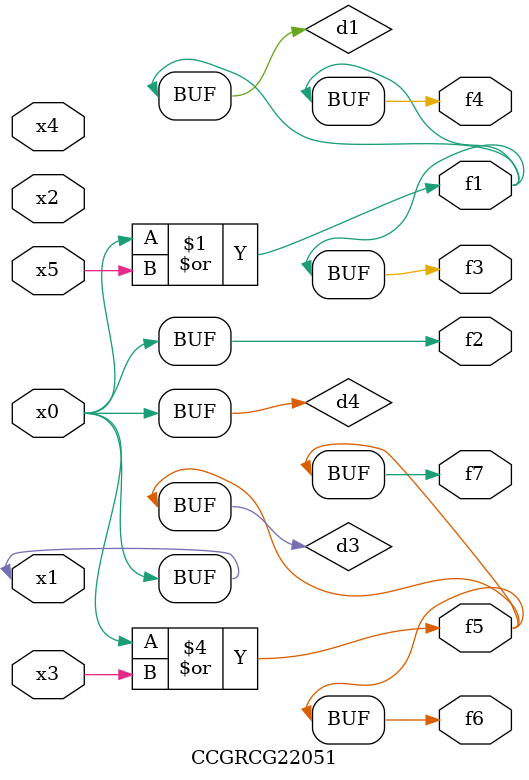
<source format=v>
module CCGRCG22051(
	input x0, x1, x2, x3, x4, x5,
	output f1, f2, f3, f4, f5, f6, f7
);

	wire d1, d2, d3, d4;

	or (d1, x0, x5);
	xnor (d2, x1, x4);
	or (d3, x0, x3);
	buf (d4, x0, x1);
	assign f1 = d1;
	assign f2 = d4;
	assign f3 = d1;
	assign f4 = d1;
	assign f5 = d3;
	assign f6 = d3;
	assign f7 = d3;
endmodule

</source>
